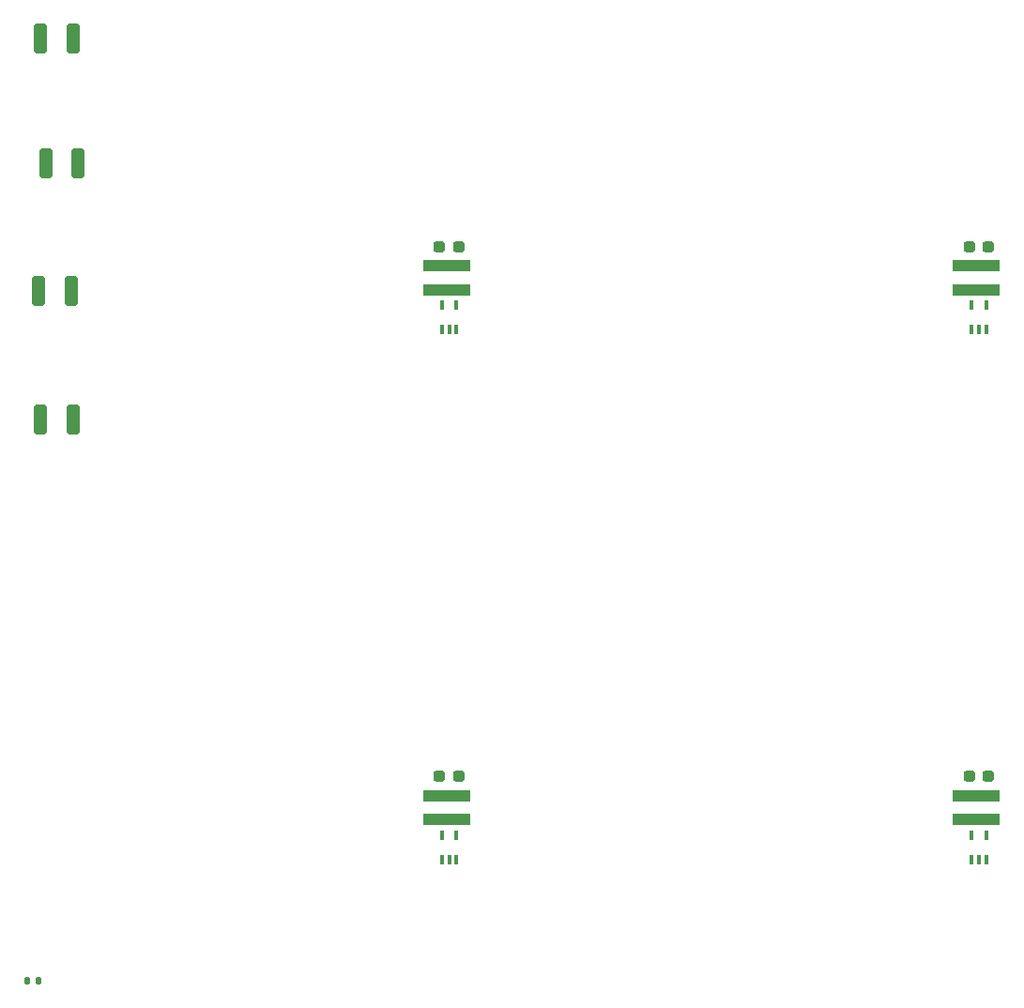
<source format=gbr>
%TF.GenerationSoftware,KiCad,Pcbnew,(6.0.8-1)-1*%
%TF.CreationDate,2022-11-01T09:33:12-04:00*%
%TF.ProjectId,Untitled,556e7469-746c-4656-942e-6b696361645f,rev?*%
%TF.SameCoordinates,Original*%
%TF.FileFunction,Paste,Top*%
%TF.FilePolarity,Positive*%
%FSLAX46Y46*%
G04 Gerber Fmt 4.6, Leading zero omitted, Abs format (unit mm)*
G04 Created by KiCad (PCBNEW (6.0.8-1)-1) date 2022-11-01 09:33:12*
%MOMM*%
%LPD*%
G01*
G04 APERTURE LIST*
G04 Aperture macros list*
%AMRoundRect*
0 Rectangle with rounded corners*
0 $1 Rounding radius*
0 $2 $3 $4 $5 $6 $7 $8 $9 X,Y pos of 4 corners*
0 Add a 4 corners polygon primitive as box body*
4,1,4,$2,$3,$4,$5,$6,$7,$8,$9,$2,$3,0*
0 Add four circle primitives for the rounded corners*
1,1,$1+$1,$2,$3*
1,1,$1+$1,$4,$5*
1,1,$1+$1,$6,$7*
1,1,$1+$1,$8,$9*
0 Add four rect primitives between the rounded corners*
20,1,$1+$1,$2,$3,$4,$5,0*
20,1,$1+$1,$4,$5,$6,$7,0*
20,1,$1+$1,$6,$7,$8,$9,0*
20,1,$1+$1,$8,$9,$2,$3,0*%
G04 Aperture macros list end*
%ADD10RoundRect,0.237500X-0.287500X-0.237500X0.287500X-0.237500X0.287500X0.237500X-0.287500X0.237500X0*%
%ADD11RoundRect,0.087500X-0.087500X-0.337500X0.087500X-0.337500X0.087500X0.337500X-0.087500X0.337500X0*%
%ADD12RoundRect,0.250000X-0.325000X-1.100000X0.325000X-1.100000X0.325000X1.100000X-0.325000X1.100000X0*%
%ADD13R,4.300000X1.100000*%
%ADD14RoundRect,0.135000X-0.135000X-0.185000X0.135000X-0.185000X0.135000X0.185000X-0.135000X0.185000X0*%
G04 APERTURE END LIST*
D10*
%TO.C,REF\u002A\u002A*%
X102865000Y-55200000D03*
X104615000Y-55200000D03*
%TD*%
D11*
%TO.C,*%
X103090000Y-62700000D03*
%TD*%
D10*
%TO.C,REF\u002A\u002A*%
X150665000Y-103000000D03*
X152415000Y-103000000D03*
%TD*%
D11*
%TO.C,REF\u002A\u002A*%
X103090000Y-62700000D03*
X103740000Y-62700000D03*
X104390000Y-62700000D03*
X104390000Y-60500000D03*
X103090000Y-60500000D03*
%TD*%
D12*
%TO.C,REF\u002A\u002A*%
X66885000Y-36460000D03*
X69835000Y-36460000D03*
%TD*%
D13*
%TO.C,REF\u002A\u002A*%
X151290000Y-104710000D03*
X151290000Y-106910000D03*
%TD*%
D11*
%TO.C,REF\u002A\u002A*%
X150890000Y-62710000D03*
X151540000Y-62710000D03*
X152190000Y-62710000D03*
X152190000Y-60510000D03*
X150890000Y-60510000D03*
%TD*%
D14*
%TO.C,REF\u002A\u002A*%
X65690000Y-121400000D03*
X66710000Y-121400000D03*
%TD*%
D13*
%TO.C,REF\u002A\u002A*%
X103490000Y-104710000D03*
X103490000Y-106910000D03*
%TD*%
D12*
%TO.C,REF\u002A\u002A*%
X66885000Y-70778210D03*
X69835000Y-70778210D03*
%TD*%
D11*
%TO.C,REF\u002A\u002A*%
X103090000Y-110510000D03*
X103740000Y-110510000D03*
X104390000Y-110510000D03*
X104390000Y-108310000D03*
X103090000Y-108310000D03*
%TD*%
D10*
%TO.C,REF\u002A\u002A*%
X102865000Y-103000000D03*
X104615000Y-103000000D03*
%TD*%
D11*
%TO.C,*%
X103090000Y-60500000D03*
%TD*%
D12*
%TO.C,REF\u002A\u002A*%
X66697631Y-59219638D03*
X69647631Y-59219638D03*
%TD*%
D11*
%TO.C,REF\u002A\u002A*%
X150890000Y-110510000D03*
X151540000Y-110510000D03*
X152190000Y-110510000D03*
X152190000Y-108310000D03*
X150890000Y-108310000D03*
%TD*%
D12*
%TO.C,REF\u002A\u002A*%
X67331917Y-47661066D03*
X70281917Y-47661066D03*
%TD*%
D10*
%TO.C,REF\u002A\u002A*%
X150665000Y-55200000D03*
X152415000Y-55200000D03*
%TD*%
D13*
%TO.C,REF\u002A\u002A*%
X151290000Y-56910000D03*
X151290000Y-59110000D03*
%TD*%
%TO.C,REF\u002A\u002A*%
X103490000Y-56910000D03*
X103490000Y-59110000D03*
%TD*%
M02*

</source>
